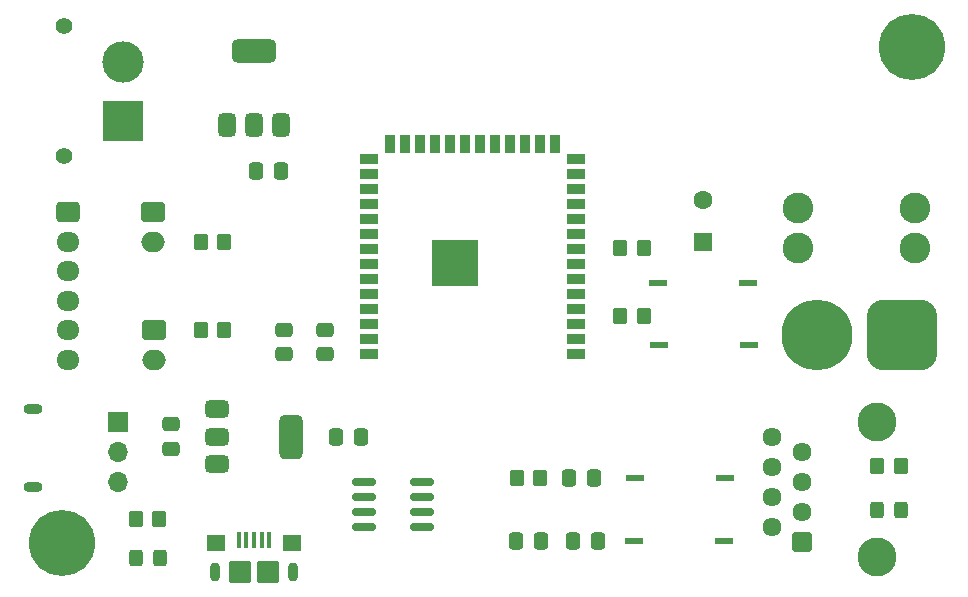
<source format=gbs>
%TF.GenerationSoftware,KiCad,Pcbnew,8.0.3-8.0.3-0~ubuntu22.04.1*%
%TF.CreationDate,2024-07-07T00:06:27-04:00*%
%TF.ProjectId,arm_drive_jl,61726d5f-6472-4697-9665-5f6a6c2e6b69,rev?*%
%TF.SameCoordinates,Original*%
%TF.FileFunction,Soldermask,Bot*%
%TF.FilePolarity,Negative*%
%FSLAX46Y46*%
G04 Gerber Fmt 4.6, Leading zero omitted, Abs format (unit mm)*
G04 Created by KiCad (PCBNEW 8.0.3-8.0.3-0~ubuntu22.04.1) date 2024-07-07 00:06:27*
%MOMM*%
%LPD*%
G01*
G04 APERTURE LIST*
G04 Aperture macros list*
%AMRoundRect*
0 Rectangle with rounded corners*
0 $1 Rounding radius*
0 $2 $3 $4 $5 $6 $7 $8 $9 X,Y pos of 4 corners*
0 Add a 4 corners polygon primitive as box body*
4,1,4,$2,$3,$4,$5,$6,$7,$8,$9,$2,$3,0*
0 Add four circle primitives for the rounded corners*
1,1,$1+$1,$2,$3*
1,1,$1+$1,$4,$5*
1,1,$1+$1,$6,$7*
1,1,$1+$1,$8,$9*
0 Add four rect primitives between the rounded corners*
20,1,$1+$1,$2,$3,$4,$5,0*
20,1,$1+$1,$4,$5,$6,$7,0*
20,1,$1+$1,$6,$7,$8,$9,0*
20,1,$1+$1,$8,$9,$2,$3,0*%
G04 Aperture macros list end*
%ADD10RoundRect,0.250000X-0.725000X0.600000X-0.725000X-0.600000X0.725000X-0.600000X0.725000X0.600000X0*%
%ADD11O,1.950000X1.700000*%
%ADD12RoundRect,0.250000X-0.750000X0.600000X-0.750000X-0.600000X0.750000X-0.600000X0.750000X0.600000X0*%
%ADD13O,2.000000X1.700000*%
%ADD14O,1.600000X0.900000*%
%ADD15RoundRect,0.375000X0.375000X-0.625000X0.375000X0.625000X-0.375000X0.625000X-0.375000X-0.625000X0*%
%ADD16RoundRect,0.500000X1.400000X-0.500000X1.400000X0.500000X-1.400000X0.500000X-1.400000X-0.500000X0*%
%ADD17R,1.511300X0.609600*%
%ADD18RoundRect,0.250000X-0.325000X-0.450000X0.325000X-0.450000X0.325000X0.450000X-0.325000X0.450000X0*%
%ADD19RoundRect,0.150000X-0.825000X-0.150000X0.825000X-0.150000X0.825000X0.150000X-0.825000X0.150000X0*%
%ADD20RoundRect,0.250000X0.350000X0.450000X-0.350000X0.450000X-0.350000X-0.450000X0.350000X-0.450000X0*%
%ADD21RoundRect,0.250000X-0.350000X-0.450000X0.350000X-0.450000X0.350000X0.450000X-0.350000X0.450000X0*%
%ADD22RoundRect,0.250000X-0.337500X-0.475000X0.337500X-0.475000X0.337500X0.475000X-0.337500X0.475000X0*%
%ADD23C,1.400000*%
%ADD24R,3.500000X3.500000*%
%ADD25C,3.500000*%
%ADD26R,1.600000X1.600000*%
%ADD27C,1.600000*%
%ADD28RoundRect,0.250000X-0.475000X0.337500X-0.475000X-0.337500X0.475000X-0.337500X0.475000X0.337500X0*%
%ADD29C,2.604000*%
%ADD30RoundRect,1.500000X1.500000X1.500000X-1.500000X1.500000X-1.500000X-1.500000X1.500000X-1.500000X0*%
%ADD31C,6.000000*%
%ADD32C,3.600000*%
%ADD33C,5.600000*%
%ADD34RoundRect,0.250000X0.337500X0.475000X-0.337500X0.475000X-0.337500X-0.475000X0.337500X-0.475000X0*%
%ADD35C,3.300000*%
%ADD36RoundRect,0.102000X0.704000X-0.704000X0.704000X0.704000X-0.704000X0.704000X-0.704000X-0.704000X0*%
%ADD37C,1.612000*%
%ADD38RoundRect,0.375000X-0.625000X-0.375000X0.625000X-0.375000X0.625000X0.375000X-0.625000X0.375000X0*%
%ADD39RoundRect,0.500000X-0.500000X-1.400000X0.500000X-1.400000X0.500000X1.400000X-0.500000X1.400000X0*%
%ADD40R,1.700000X1.700000*%
%ADD41O,1.700000X1.700000*%
%ADD42RoundRect,0.100000X0.100000X0.575000X-0.100000X0.575000X-0.100000X-0.575000X0.100000X-0.575000X0*%
%ADD43O,0.900000X1.600000*%
%ADD44RoundRect,0.250000X0.550000X0.450000X-0.550000X0.450000X-0.550000X-0.450000X0.550000X-0.450000X0*%
%ADD45RoundRect,0.250000X0.700000X0.700000X-0.700000X0.700000X-0.700000X-0.700000X0.700000X-0.700000X0*%
%ADD46R,1.500000X0.900000*%
%ADD47R,0.900000X1.500000*%
%ADD48R,3.900000X3.900000*%
G04 APERTURE END LIST*
D10*
%TO.C,J2*%
X41500000Y-55000000D03*
D11*
X41500000Y-57500000D03*
X41500000Y-60000000D03*
X41500000Y-62500000D03*
X41500000Y-65000000D03*
X41500000Y-67500000D03*
%TD*%
D12*
%TO.C,J8*%
X48725000Y-55000000D03*
D13*
X48725000Y-57500000D03*
%TD*%
D14*
%TO.C,J6*%
X38500000Y-78275000D03*
X38500000Y-71675000D03*
%TD*%
D15*
%TO.C,U6*%
X59550000Y-47650000D03*
X57250000Y-47650000D03*
D16*
X57250000Y-41350000D03*
D15*
X54950000Y-47650000D03*
%TD*%
D17*
%TO.C,SW1*%
X97107300Y-77500000D03*
X89500000Y-77500000D03*
%TD*%
D18*
%TO.C,D2*%
X47225000Y-84250000D03*
X49275000Y-84250000D03*
%TD*%
D19*
%TO.C,U3*%
X66525000Y-81655000D03*
X66525000Y-80385000D03*
X66525000Y-79115000D03*
X66525000Y-77845000D03*
X71475000Y-77845000D03*
X71475000Y-79115000D03*
X71475000Y-80385000D03*
X71475000Y-81655000D03*
%TD*%
D20*
%TO.C,R2*%
X90250000Y-63750000D03*
X88250000Y-63750000D03*
%TD*%
D21*
%TO.C,R10*%
X79500000Y-77500000D03*
X81500000Y-77500000D03*
%TD*%
D22*
%TO.C,C22*%
X64212500Y-74000000D03*
X66287500Y-74000000D03*
%TD*%
D17*
%TO.C,SW2*%
X97053650Y-82800000D03*
X89446350Y-82800000D03*
%TD*%
D23*
%TO.C,J5*%
X41150000Y-50250000D03*
X41150000Y-39250000D03*
D24*
X46150000Y-47250000D03*
D25*
X46150000Y-42250000D03*
%TD*%
D26*
%TO.C,C3*%
X95250000Y-57500000D03*
D27*
X95250000Y-54000000D03*
%TD*%
D21*
%TO.C,R15*%
X52750000Y-65000000D03*
X54750000Y-65000000D03*
%TD*%
%TO.C,R1*%
X88250000Y-58000000D03*
X90250000Y-58000000D03*
%TD*%
D28*
%TO.C,C14*%
X59750000Y-64962500D03*
X59750000Y-67037500D03*
%TD*%
D29*
%TO.C,F1*%
X103310000Y-54662500D03*
X103310000Y-58062500D03*
X113230000Y-54662500D03*
X113230000Y-58062500D03*
%TD*%
D12*
%TO.C,J7*%
X48750000Y-65000000D03*
D13*
X48750000Y-67500000D03*
%TD*%
D28*
%TO.C,C21*%
X50250000Y-72962500D03*
X50250000Y-75037500D03*
%TD*%
D30*
%TO.C,J4*%
X112120000Y-65362500D03*
D31*
X104920000Y-65362500D03*
%TD*%
D32*
%TO.C,H2*%
X41000000Y-83000000D03*
D33*
X41000000Y-83000000D03*
%TD*%
D32*
%TO.C,H1*%
X113000000Y-41000000D03*
D33*
X113000000Y-41000000D03*
%TD*%
D34*
%TO.C,C2*%
X86375000Y-82800000D03*
X84300000Y-82800000D03*
%TD*%
D35*
%TO.C,J3*%
X110000000Y-84215000D03*
X110000000Y-72785000D03*
D36*
X103650000Y-82945000D03*
D37*
X101110000Y-81675000D03*
X103650000Y-80405000D03*
X101110000Y-79135000D03*
X103650000Y-77865000D03*
X101110000Y-76595000D03*
X103650000Y-75325000D03*
X101110000Y-74055000D03*
%TD*%
D20*
%TO.C,R11*%
X112025000Y-76500000D03*
X110025000Y-76500000D03*
%TD*%
D17*
%TO.C,SW3*%
X91446350Y-61000000D03*
X99053650Y-61000000D03*
%TD*%
D38*
%TO.C,U7*%
X54100000Y-71700000D03*
D39*
X60400000Y-74000000D03*
D38*
X54100000Y-74000000D03*
X54100000Y-76300000D03*
%TD*%
D34*
%TO.C,C20*%
X59537500Y-51500000D03*
X57462500Y-51500000D03*
%TD*%
%TO.C,C16*%
X81537500Y-82800000D03*
X79462500Y-82800000D03*
%TD*%
D28*
%TO.C,C15*%
X63250000Y-64962500D03*
X63250000Y-67037500D03*
%TD*%
D18*
%TO.C,D1*%
X109975000Y-80250000D03*
X112025000Y-80250000D03*
%TD*%
D40*
%TO.C,JP1*%
X45750000Y-72750000D03*
D41*
X45750000Y-75290000D03*
X45750000Y-77830000D03*
%TD*%
D17*
%TO.C,SW4*%
X99153650Y-66280000D03*
X91546350Y-66280000D03*
%TD*%
D34*
%TO.C,C1*%
X86037500Y-77500000D03*
X83962500Y-77500000D03*
%TD*%
D20*
%TO.C,R14*%
X49250000Y-81000000D03*
X47250000Y-81000000D03*
%TD*%
D21*
%TO.C,R5*%
X52750000Y-57500000D03*
X54750000Y-57500000D03*
%TD*%
D42*
%TO.C,J1*%
X58550000Y-82750000D03*
X57900000Y-82750000D03*
X57250000Y-82750000D03*
X56600000Y-82750000D03*
X55950000Y-82750000D03*
D43*
X60550000Y-85425000D03*
D44*
X60450000Y-82975000D03*
D45*
X58450000Y-85425000D03*
X56050000Y-85425000D03*
D44*
X54050000Y-82975000D03*
D43*
X53950000Y-85425000D03*
%TD*%
D46*
%TO.C,U4*%
X67000000Y-67010000D03*
X67000000Y-65740000D03*
X67000000Y-64470000D03*
X67000000Y-63200000D03*
X67000000Y-61930000D03*
X67000000Y-60660000D03*
X67000000Y-59390000D03*
X67000000Y-58120000D03*
X67000000Y-56850000D03*
X67000000Y-55580000D03*
X67000000Y-54310000D03*
X67000000Y-53040000D03*
X67000000Y-51770000D03*
X67000000Y-50500000D03*
D47*
X68765000Y-49250000D03*
X70035000Y-49250000D03*
X71305000Y-49250000D03*
X72575000Y-49250000D03*
X73845000Y-49250000D03*
X75115000Y-49250000D03*
X76385000Y-49250000D03*
X77655000Y-49250000D03*
X78925000Y-49250000D03*
X80195000Y-49250000D03*
X81465000Y-49250000D03*
X82735000Y-49250000D03*
D46*
X84500000Y-50500000D03*
X84500000Y-51770000D03*
X84500000Y-53040000D03*
X84500000Y-54310000D03*
X84500000Y-55580000D03*
X84500000Y-56850000D03*
X84500000Y-58120000D03*
X84500000Y-59390000D03*
X84500000Y-60660000D03*
X84500000Y-61930000D03*
X84500000Y-63200000D03*
X84500000Y-64470000D03*
X84500000Y-65740000D03*
X84500000Y-67010000D03*
D48*
X74250000Y-59290000D03*
%TD*%
M02*

</source>
